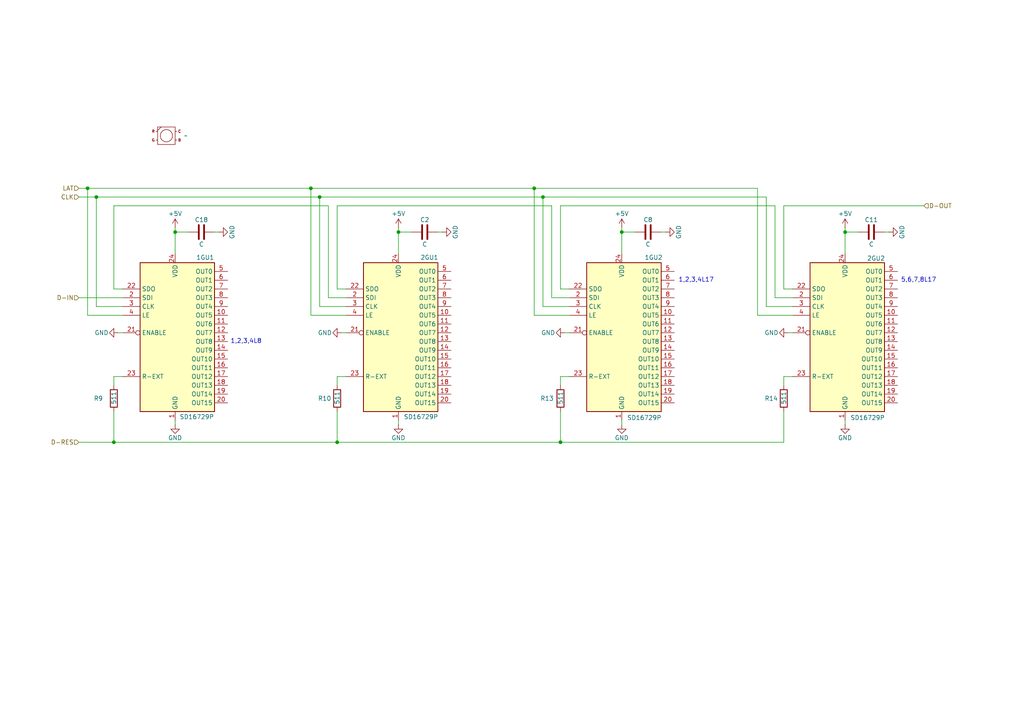
<source format=kicad_sch>
(kicad_sch
	(version 20231120)
	(generator "eeschema")
	(generator_version "8.0")
	(uuid "457e5081-8656-4fae-9c92-221d8bedcbb0")
	(paper "A4")
	(title_block
		(title "GREEN COLUMN BUFFERS (0-15)")
		(date "2025-04-30")
		(rev "2009-06-20")
		(comment 1 "SEETOP-PH12-(1/4)4N.PCB")
	)
	(lib_symbols
		(symbol "Device:C"
			(pin_numbers hide)
			(pin_names
				(offset 0.254)
			)
			(exclude_from_sim no)
			(in_bom yes)
			(on_board yes)
			(property "Reference" "C"
				(at 0.635 2.54 0)
				(effects
					(font
						(size 1.27 1.27)
					)
					(justify left)
				)
			)
			(property "Value" "C"
				(at 0.635 -2.54 0)
				(effects
					(font
						(size 1.27 1.27)
					)
					(justify left)
				)
			)
			(property "Footprint" ""
				(at 0.9652 -3.81 0)
				(effects
					(font
						(size 1.27 1.27)
					)
					(hide yes)
				)
			)
			(property "Datasheet" "~"
				(at 0 0 0)
				(effects
					(font
						(size 1.27 1.27)
					)
					(hide yes)
				)
			)
			(property "Description" "Unpolarized capacitor"
				(at 0 0 0)
				(effects
					(font
						(size 1.27 1.27)
					)
					(hide yes)
				)
			)
			(property "ki_keywords" "cap capacitor"
				(at 0 0 0)
				(effects
					(font
						(size 1.27 1.27)
					)
					(hide yes)
				)
			)
			(property "ki_fp_filters" "C_*"
				(at 0 0 0)
				(effects
					(font
						(size 1.27 1.27)
					)
					(hide yes)
				)
			)
			(symbol "C_0_1"
				(polyline
					(pts
						(xy -2.032 -0.762) (xy 2.032 -0.762)
					)
					(stroke
						(width 0.508)
						(type default)
					)
					(fill
						(type none)
					)
				)
				(polyline
					(pts
						(xy -2.032 0.762) (xy 2.032 0.762)
					)
					(stroke
						(width 0.508)
						(type default)
					)
					(fill
						(type none)
					)
				)
			)
			(symbol "C_1_1"
				(pin passive line
					(at 0 3.81 270)
					(length 2.794)
					(name "~"
						(effects
							(font
								(size 1.27 1.27)
							)
						)
					)
					(number "1"
						(effects
							(font
								(size 1.27 1.27)
							)
						)
					)
				)
				(pin passive line
					(at 0 -3.81 90)
					(length 2.794)
					(name "~"
						(effects
							(font
								(size 1.27 1.27)
							)
						)
					)
					(number "2"
						(effects
							(font
								(size 1.27 1.27)
							)
						)
					)
				)
			)
		)
		(symbol "Device:R"
			(pin_numbers hide)
			(pin_names
				(offset 0)
			)
			(exclude_from_sim no)
			(in_bom yes)
			(on_board yes)
			(property "Reference" "R"
				(at 2.032 0 90)
				(effects
					(font
						(size 1.27 1.27)
					)
				)
			)
			(property "Value" "R"
				(at 0 0 90)
				(effects
					(font
						(size 1.27 1.27)
					)
				)
			)
			(property "Footprint" ""
				(at -1.778 0 90)
				(effects
					(font
						(size 1.27 1.27)
					)
					(hide yes)
				)
			)
			(property "Datasheet" "~"
				(at 0 0 0)
				(effects
					(font
						(size 1.27 1.27)
					)
					(hide yes)
				)
			)
			(property "Description" "Resistor"
				(at 0 0 0)
				(effects
					(font
						(size 1.27 1.27)
					)
					(hide yes)
				)
			)
			(property "ki_keywords" "R res resistor"
				(at 0 0 0)
				(effects
					(font
						(size 1.27 1.27)
					)
					(hide yes)
				)
			)
			(property "ki_fp_filters" "R_*"
				(at 0 0 0)
				(effects
					(font
						(size 1.27 1.27)
					)
					(hide yes)
				)
			)
			(symbol "R_0_1"
				(rectangle
					(start -1.016 -2.54)
					(end 1.016 2.54)
					(stroke
						(width 0.254)
						(type default)
					)
					(fill
						(type none)
					)
				)
			)
			(symbol "R_1_1"
				(pin passive line
					(at 0 3.81 270)
					(length 1.27)
					(name "~"
						(effects
							(font
								(size 1.27 1.27)
							)
						)
					)
					(number "1"
						(effects
							(font
								(size 1.27 1.27)
							)
						)
					)
				)
				(pin passive line
					(at 0 -3.81 90)
					(length 1.27)
					(name "~"
						(effects
							(font
								(size 1.27 1.27)
							)
						)
					)
					(number "2"
						(effects
							(font
								(size 1.27 1.27)
							)
						)
					)
				)
			)
		)
		(symbol "power:+5V"
			(power)
			(pin_numbers hide)
			(pin_names
				(offset 0) hide)
			(exclude_from_sim no)
			(in_bom yes)
			(on_board yes)
			(property "Reference" "#PWR"
				(at 0 -3.81 0)
				(effects
					(font
						(size 1.27 1.27)
					)
					(hide yes)
				)
			)
			(property "Value" "+5V"
				(at 0 3.556 0)
				(effects
					(font
						(size 1.27 1.27)
					)
				)
			)
			(property "Footprint" ""
				(at 0 0 0)
				(effects
					(font
						(size 1.27 1.27)
					)
					(hide yes)
				)
			)
			(property "Datasheet" ""
				(at 0 0 0)
				(effects
					(font
						(size 1.27 1.27)
					)
					(hide yes)
				)
			)
			(property "Description" "Power symbol creates a global label with name \"+5V\""
				(at 0 0 0)
				(effects
					(font
						(size 1.27 1.27)
					)
					(hide yes)
				)
			)
			(property "ki_keywords" "global power"
				(at 0 0 0)
				(effects
					(font
						(size 1.27 1.27)
					)
					(hide yes)
				)
			)
			(symbol "+5V_0_1"
				(polyline
					(pts
						(xy -0.762 1.27) (xy 0 2.54)
					)
					(stroke
						(width 0)
						(type default)
					)
					(fill
						(type none)
					)
				)
				(polyline
					(pts
						(xy 0 0) (xy 0 2.54)
					)
					(stroke
						(width 0)
						(type default)
					)
					(fill
						(type none)
					)
				)
				(polyline
					(pts
						(xy 0 2.54) (xy 0.762 1.27)
					)
					(stroke
						(width 0)
						(type default)
					)
					(fill
						(type none)
					)
				)
			)
			(symbol "+5V_1_1"
				(pin power_in line
					(at 0 0 90)
					(length 0)
					(name "~"
						(effects
							(font
								(size 1.27 1.27)
							)
						)
					)
					(number "1"
						(effects
							(font
								(size 1.27 1.27)
							)
						)
					)
				)
			)
		)
		(symbol "power:GND"
			(power)
			(pin_numbers hide)
			(pin_names
				(offset 0) hide)
			(exclude_from_sim no)
			(in_bom yes)
			(on_board yes)
			(property "Reference" "#PWR"
				(at 0 -6.35 0)
				(effects
					(font
						(size 1.27 1.27)
					)
					(hide yes)
				)
			)
			(property "Value" "GND"
				(at 0 -3.81 0)
				(effects
					(font
						(size 1.27 1.27)
					)
				)
			)
			(property "Footprint" ""
				(at 0 0 0)
				(effects
					(font
						(size 1.27 1.27)
					)
					(hide yes)
				)
			)
			(property "Datasheet" ""
				(at 0 0 0)
				(effects
					(font
						(size 1.27 1.27)
					)
					(hide yes)
				)
			)
			(property "Description" "Power symbol creates a global label with name \"GND\" , ground"
				(at 0 0 0)
				(effects
					(font
						(size 1.27 1.27)
					)
					(hide yes)
				)
			)
			(property "ki_keywords" "global power"
				(at 0 0 0)
				(effects
					(font
						(size 1.27 1.27)
					)
					(hide yes)
				)
			)
			(symbol "GND_0_1"
				(polyline
					(pts
						(xy 0 0) (xy 0 -1.27) (xy 1.27 -1.27) (xy 0 -2.54) (xy -1.27 -1.27) (xy 0 -1.27)
					)
					(stroke
						(width 0)
						(type default)
					)
					(fill
						(type none)
					)
				)
			)
			(symbol "GND_1_1"
				(pin power_in line
					(at 0 0 270)
					(length 0)
					(name "~"
						(effects
							(font
								(size 1.27 1.27)
							)
						)
					)
					(number "1"
						(effects
							(font
								(size 1.27 1.27)
							)
						)
					)
				)
			)
		)
		(symbol "private:SD16729P"
			(exclude_from_sim no)
			(in_bom yes)
			(on_board yes)
			(property "Reference" "U1"
				(at 7.874 21.59 0)
				(effects
					(font
						(size 1.27 1.27)
					)
					(justify left)
				)
			)
			(property "Value" "SD16729P"
				(at 1.778 -24.384 0)
				(effects
					(font
						(size 1.27 1.27)
					)
					(justify left)
				)
			)
			(property "Footprint" "Package_SO:QSOP-24_3.9x8.7mm_P0.635mm"
				(at 0.635 -24.765 0)
				(effects
					(font
						(size 1.27 1.27)
					)
					(justify left)
					(hide yes)
				)
			)
			(property "Datasheet" ""
				(at -10.16 17.78 0)
				(effects
					(font
						(size 1.27 1.27)
					)
					(hide yes)
				)
			)
			(property "Description" "16-channel LED driver with error detection, current gain control and 12/16 bit PWM brightness control, QSOP-24"
				(at -0.254 -3.556 0)
				(effects
					(font
						(size 1.27 1.27)
					)
					(hide yes)
				)
			)
			(property "ki_keywords" "PWM LED driver error detection brightness QSOP-24"
				(at 0 0 0)
				(effects
					(font
						(size 1.27 1.27)
					)
					(hide yes)
				)
			)
			(property "ki_fp_filters" "QSOP*3.9x8.7mm*P0.635mm*"
				(at 0 0 0)
				(effects
					(font
						(size 1.27 1.27)
					)
					(hide yes)
				)
			)
			(symbol "SD16729P_0_1"
				(rectangle
					(start -10.16 20.32)
					(end 11.43 -22.86)
					(stroke
						(width 0.254)
						(type default)
					)
					(fill
						(type background)
					)
				)
			)
			(symbol "SD16729P_1_1"
				(pin power_in line
					(at 0 -25.4 90)
					(length 2.54)
					(name "GND"
						(effects
							(font
								(size 1.27 1.27)
							)
						)
					)
					(number "1"
						(effects
							(font
								(size 1.27 1.27)
							)
						)
					)
				)
				(pin output line
					(at 15.24 5.08 180)
					(length 3.81)
					(name "OUT5"
						(effects
							(font
								(size 1.27 1.27)
							)
						)
					)
					(number "10"
						(effects
							(font
								(size 1.27 1.27)
							)
						)
					)
				)
				(pin output line
					(at 15.24 2.54 180)
					(length 3.81)
					(name "OUT6"
						(effects
							(font
								(size 1.27 1.27)
							)
						)
					)
					(number "11"
						(effects
							(font
								(size 1.27 1.27)
							)
						)
					)
				)
				(pin output line
					(at 15.24 0 180)
					(length 3.81)
					(name "OUT7"
						(effects
							(font
								(size 1.27 1.27)
							)
						)
					)
					(number "12"
						(effects
							(font
								(size 1.27 1.27)
							)
						)
					)
				)
				(pin output line
					(at 15.24 -2.54 180)
					(length 3.81)
					(name "OUT8"
						(effects
							(font
								(size 1.27 1.27)
							)
						)
					)
					(number "13"
						(effects
							(font
								(size 1.27 1.27)
							)
						)
					)
				)
				(pin output line
					(at 15.24 -5.08 180)
					(length 3.81)
					(name "OUT9"
						(effects
							(font
								(size 1.27 1.27)
							)
						)
					)
					(number "14"
						(effects
							(font
								(size 1.27 1.27)
							)
						)
					)
				)
				(pin output line
					(at 15.24 -7.62 180)
					(length 3.81)
					(name "OUT10"
						(effects
							(font
								(size 1.27 1.27)
							)
						)
					)
					(number "15"
						(effects
							(font
								(size 1.27 1.27)
							)
						)
					)
				)
				(pin output line
					(at 15.24 -10.16 180)
					(length 3.81)
					(name "OUT11"
						(effects
							(font
								(size 1.27 1.27)
							)
						)
					)
					(number "16"
						(effects
							(font
								(size 1.27 1.27)
							)
						)
					)
				)
				(pin output line
					(at 15.24 -12.7 180)
					(length 3.81)
					(name "OUT12"
						(effects
							(font
								(size 1.27 1.27)
							)
						)
					)
					(number "17"
						(effects
							(font
								(size 1.27 1.27)
							)
						)
					)
				)
				(pin output line
					(at 15.24 -15.24 180)
					(length 3.81)
					(name "OUT13"
						(effects
							(font
								(size 1.27 1.27)
							)
						)
					)
					(number "18"
						(effects
							(font
								(size 1.27 1.27)
							)
						)
					)
				)
				(pin output line
					(at 15.24 -17.78 180)
					(length 3.81)
					(name "OUT14"
						(effects
							(font
								(size 1.27 1.27)
							)
						)
					)
					(number "19"
						(effects
							(font
								(size 1.27 1.27)
							)
						)
					)
				)
				(pin input line
					(at -15.24 10.16 0)
					(length 5.08)
					(name "SDI"
						(effects
							(font
								(size 1.27 1.27)
							)
						)
					)
					(number "2"
						(effects
							(font
								(size 1.27 1.27)
							)
						)
					)
				)
				(pin output line
					(at 15.24 -20.32 180)
					(length 3.81)
					(name "OUT15"
						(effects
							(font
								(size 1.27 1.27)
							)
						)
					)
					(number "20"
						(effects
							(font
								(size 1.27 1.27)
							)
						)
					)
				)
				(pin input inverted
					(at -15.24 0 0)
					(length 5.08)
					(name "ENABLE"
						(effects
							(font
								(size 1.27 1.27)
							)
						)
					)
					(number "21"
						(effects
							(font
								(size 1.27 1.27)
							)
						)
					)
				)
				(pin output line
					(at -15.24 12.7 0)
					(length 5.08)
					(name "SDO"
						(effects
							(font
								(size 1.27 1.27)
							)
						)
					)
					(number "22"
						(effects
							(font
								(size 1.27 1.27)
							)
						)
					)
				)
				(pin passive line
					(at -15.24 -12.7 0)
					(length 5.08)
					(name "R-EXT"
						(effects
							(font
								(size 1.27 1.27)
							)
						)
					)
					(number "23"
						(effects
							(font
								(size 1.27 1.27)
							)
						)
					)
				)
				(pin power_in line
					(at 0 22.86 270)
					(length 2.54)
					(name "VDD"
						(effects
							(font
								(size 1.27 1.27)
							)
						)
					)
					(number "24"
						(effects
							(font
								(size 1.27 1.27)
							)
						)
					)
				)
				(pin input line
					(at -15.24 7.62 0)
					(length 5.08)
					(name "CLK"
						(effects
							(font
								(size 1.27 1.27)
							)
						)
					)
					(number "3"
						(effects
							(font
								(size 1.27 1.27)
							)
						)
					)
				)
				(pin input line
					(at -15.24 5.08 0)
					(length 5.08)
					(name "LE"
						(effects
							(font
								(size 1.27 1.27)
							)
						)
					)
					(number "4"
						(effects
							(font
								(size 1.27 1.27)
							)
						)
					)
				)
				(pin output line
					(at 15.24 17.78 180)
					(length 3.81)
					(name "OUT0"
						(effects
							(font
								(size 1.27 1.27)
							)
						)
					)
					(number "5"
						(effects
							(font
								(size 1.27 1.27)
							)
						)
					)
				)
				(pin output line
					(at 15.24 15.24 180)
					(length 3.81)
					(name "OUT1"
						(effects
							(font
								(size 1.27 1.27)
							)
						)
					)
					(number "6"
						(effects
							(font
								(size 1.27 1.27)
							)
						)
					)
				)
				(pin output line
					(at 15.24 12.7 180)
					(length 3.81)
					(name "OUT2"
						(effects
							(font
								(size 1.27 1.27)
							)
						)
					)
					(number "7"
						(effects
							(font
								(size 1.27 1.27)
							)
						)
					)
				)
				(pin output line
					(at 15.24 10.16 180)
					(length 3.81)
					(name "OUT3"
						(effects
							(font
								(size 1.27 1.27)
							)
						)
					)
					(number "8"
						(effects
							(font
								(size 1.27 1.27)
							)
						)
					)
				)
				(pin output line
					(at 15.24 7.62 180)
					(length 3.81)
					(name "OUT4"
						(effects
							(font
								(size 1.27 1.27)
							)
						)
					)
					(number "9"
						(effects
							(font
								(size 1.27 1.27)
							)
						)
					)
				)
			)
		)
		(symbol "private:pic-LED-RGB"
			(exclude_from_sim no)
			(in_bom yes)
			(on_board yes)
			(property "Reference" "L"
				(at 1.778 1.778 0)
				(effects
					(font
						(size 0.508 0.508)
					)
					(hide yes)
				)
			)
			(property "Value" ""
				(at -1.27 -1.27 0)
				(effects
					(font
						(size 1.27 1.27)
					)
				)
			)
			(property "Footprint" ""
				(at -1.27 -1.27 0)
				(effects
					(font
						(size 1.27 1.27)
					)
					(hide yes)
				)
			)
			(property "Datasheet" ""
				(at -1.27 -1.27 0)
				(effects
					(font
						(size 1.27 1.27)
					)
					(hide yes)
				)
			)
			(property "Description" ""
				(at -1.27 -1.27 0)
				(effects
					(font
						(size 1.27 1.27)
					)
					(hide yes)
				)
			)
			(symbol "pic-LED-RGB_0_1"
				(rectangle
					(start -2.54 2.54)
					(end 2.54 -2.54)
					(stroke
						(width 0)
						(type default)
					)
					(fill
						(type none)
					)
				)
				(polyline
					(pts
						(xy -2.54 -1.27) (xy -3.048 -1.27)
					)
					(stroke
						(width 0)
						(type default)
					)
					(fill
						(type none)
					)
				)
				(polyline
					(pts
						(xy -2.54 1.27) (xy -3.048 1.27)
					)
					(stroke
						(width 0)
						(type default)
					)
					(fill
						(type none)
					)
				)
				(polyline
					(pts
						(xy -1.524 2.54) (xy -2.54 1.524)
					)
					(stroke
						(width 0)
						(type default)
					)
					(fill
						(type none)
					)
				)
				(polyline
					(pts
						(xy 3.048 -1.27) (xy 2.54 -1.27)
					)
					(stroke
						(width 0)
						(type default)
					)
					(fill
						(type none)
					)
				)
				(polyline
					(pts
						(xy 3.048 1.27) (xy 2.54 1.27)
					)
					(stroke
						(width 0)
						(type default)
					)
					(fill
						(type none)
					)
				)
			)
			(symbol "pic-LED-RGB_1_1"
				(circle
					(center 0 0)
					(radius 1.778)
					(stroke
						(width 0)
						(type default)
					)
					(fill
						(type none)
					)
				)
				(text "B"
					(at 3.81 -1.27 0)
					(effects
						(font
							(size 0.762 0.762)
						)
					)
				)
				(text "C"
					(at 3.81 1.27 0)
					(effects
						(font
							(size 0.762 0.762)
						)
					)
				)
				(text "G"
					(at -3.81 -1.27 0)
					(effects
						(font
							(size 0.762 0.762)
						)
					)
				)
				(text "R"
					(at -3.81 1.27 0)
					(effects
						(font
							(size 0.762 0.762)
						)
					)
				)
			)
		)
	)
	(junction
		(at 162.56 128.27)
		(diameter 0)
		(color 0 0 0 0)
		(uuid "01c456f3-47e9-4ea4-84be-06a4a6095d8c")
	)
	(junction
		(at 97.79 128.27)
		(diameter 0)
		(color 0 0 0 0)
		(uuid "45be33dd-61b4-4141-b154-a4f55e7c1ee9")
	)
	(junction
		(at 25.4 54.61)
		(diameter 0)
		(color 0 0 0 0)
		(uuid "532239ee-012b-4c1d-a530-0b33feaec582")
	)
	(junction
		(at 157.48 57.15)
		(diameter 0)
		(color 0 0 0 0)
		(uuid "5df89d42-62bc-4c0c-844b-2a32922a6b25")
	)
	(junction
		(at 90.17 54.61)
		(diameter 0)
		(color 0 0 0 0)
		(uuid "689d6d3c-41c9-449e-a8f2-6b1a175e13ac")
	)
	(junction
		(at 33.02 128.27)
		(diameter 0)
		(color 0 0 0 0)
		(uuid "81bed604-ec81-4339-87c6-aefd56047458")
	)
	(junction
		(at 92.71 57.15)
		(diameter 0)
		(color 0 0 0 0)
		(uuid "a5d4384c-9e3e-4843-8483-7bb776a4a48e")
	)
	(junction
		(at 115.57 67.31)
		(diameter 0)
		(color 0 0 0 0)
		(uuid "c144aa10-b1f7-45ab-9fc6-25440ab60673")
	)
	(junction
		(at 180.34 67.31)
		(diameter 0)
		(color 0 0 0 0)
		(uuid "c5041acd-9f69-48eb-bcee-76433fb96acf")
	)
	(junction
		(at 50.8 67.31)
		(diameter 0)
		(color 0 0 0 0)
		(uuid "c9ea1fed-59b3-45db-be1a-86b425a2f9d0")
	)
	(junction
		(at 154.94 54.61)
		(diameter 0)
		(color 0 0 0 0)
		(uuid "ccb97d6c-2715-4724-8a9a-fdfab6ced0d5")
	)
	(junction
		(at 245.11 67.31)
		(diameter 0)
		(color 0 0 0 0)
		(uuid "e79976d9-29d4-4a81-b4d0-105f55320031")
	)
	(junction
		(at 27.94 57.15)
		(diameter 0)
		(color 0 0 0 0)
		(uuid "fb1702c9-8104-4180-9d92-4f32c1ff46e6")
	)
	(wire
		(pts
			(xy 100.33 109.22) (xy 97.79 109.22)
		)
		(stroke
			(width 0)
			(type default)
		)
		(uuid "0067b01e-0128-445b-a5b4-8dff38798fa4")
	)
	(wire
		(pts
			(xy 62.23 67.31) (xy 63.5 67.31)
		)
		(stroke
			(width 0)
			(type default)
		)
		(uuid "01d9b3ce-af2d-4cf1-b075-81fc6d39e23c")
	)
	(wire
		(pts
			(xy 180.34 67.31) (xy 180.34 73.66)
		)
		(stroke
			(width 0)
			(type default)
		)
		(uuid "02e4a14d-2945-4f33-bf2c-b926d2e9a6d0")
	)
	(wire
		(pts
			(xy 245.11 67.31) (xy 248.92 67.31)
		)
		(stroke
			(width 0)
			(type default)
		)
		(uuid "04c2278f-3ae3-490a-95eb-9c741f853bc7")
	)
	(wire
		(pts
			(xy 227.33 109.22) (xy 227.33 111.76)
		)
		(stroke
			(width 0)
			(type default)
		)
		(uuid "0681e8f3-d16d-4a64-a33a-b319079ead96")
	)
	(wire
		(pts
			(xy 22.86 128.27) (xy 33.02 128.27)
		)
		(stroke
			(width 0)
			(type default)
		)
		(uuid "09de5e43-2324-4235-97c0-7fd38a900d55")
	)
	(wire
		(pts
			(xy 160.02 86.36) (xy 160.02 59.69)
		)
		(stroke
			(width 0)
			(type default)
		)
		(uuid "0be0430a-b514-4bcb-b928-0fe55e280da2")
	)
	(wire
		(pts
			(xy 27.94 57.15) (xy 92.71 57.15)
		)
		(stroke
			(width 0)
			(type default)
		)
		(uuid "0e932504-e456-4498-a80d-de6edf9b9abc")
	)
	(wire
		(pts
			(xy 50.8 67.31) (xy 50.8 73.66)
		)
		(stroke
			(width 0)
			(type default)
		)
		(uuid "0ef5155a-eb0d-48fe-8324-dfa63dd37d4f")
	)
	(wire
		(pts
			(xy 92.71 57.15) (xy 92.71 88.9)
		)
		(stroke
			(width 0)
			(type default)
		)
		(uuid "1007f768-b8f2-4fbc-a492-bf25b0c0dddf")
	)
	(wire
		(pts
			(xy 224.79 59.69) (xy 162.56 59.69)
		)
		(stroke
			(width 0)
			(type default)
		)
		(uuid "10152ac8-067f-4adc-82c8-e243ffea9454")
	)
	(wire
		(pts
			(xy 115.57 121.92) (xy 115.57 123.19)
		)
		(stroke
			(width 0)
			(type default)
		)
		(uuid "13324b24-10d3-4b58-95a0-46d0dcee4418")
	)
	(wire
		(pts
			(xy 33.02 59.69) (xy 33.02 83.82)
		)
		(stroke
			(width 0)
			(type default)
		)
		(uuid "1af1f8ab-bb35-477b-86e9-45bf5855aa44")
	)
	(wire
		(pts
			(xy 50.8 67.31) (xy 54.61 67.31)
		)
		(stroke
			(width 0)
			(type default)
		)
		(uuid "1b0f44c3-5cf2-4a43-b8a1-3c17f9ebcc9a")
	)
	(wire
		(pts
			(xy 35.56 109.22) (xy 33.02 109.22)
		)
		(stroke
			(width 0)
			(type default)
		)
		(uuid "1e818e78-8d36-463a-aa24-a724a903c890")
	)
	(wire
		(pts
			(xy 162.56 109.22) (xy 162.56 111.76)
		)
		(stroke
			(width 0)
			(type default)
		)
		(uuid "1fff6286-c489-46e1-8450-38218fc65690")
	)
	(wire
		(pts
			(xy 92.71 88.9) (xy 100.33 88.9)
		)
		(stroke
			(width 0)
			(type default)
		)
		(uuid "21eeaa91-52a0-4cef-9ee8-2c206af1dffa")
	)
	(wire
		(pts
			(xy 100.33 91.44) (xy 90.17 91.44)
		)
		(stroke
			(width 0)
			(type default)
		)
		(uuid "227475d0-d892-4c8f-b09c-1b3f6070f913")
	)
	(wire
		(pts
			(xy 162.56 119.38) (xy 162.56 128.27)
		)
		(stroke
			(width 0)
			(type default)
		)
		(uuid "385cf671-e5d3-45d9-90e9-83c441168e0e")
	)
	(wire
		(pts
			(xy 33.02 83.82) (xy 35.56 83.82)
		)
		(stroke
			(width 0)
			(type default)
		)
		(uuid "3d287724-4af2-4a32-9f10-2af443e82974")
	)
	(wire
		(pts
			(xy 127 67.31) (xy 128.27 67.31)
		)
		(stroke
			(width 0)
			(type default)
		)
		(uuid "4147f81e-0004-4e80-aee1-4098e21cc021")
	)
	(wire
		(pts
			(xy 115.57 67.31) (xy 119.38 67.31)
		)
		(stroke
			(width 0)
			(type default)
		)
		(uuid "457df145-9198-42c3-8e63-c9eead111847")
	)
	(wire
		(pts
			(xy 97.79 83.82) (xy 100.33 83.82)
		)
		(stroke
			(width 0)
			(type default)
		)
		(uuid "47d465c9-d455-4ed0-a936-0db8da21d52f")
	)
	(wire
		(pts
			(xy 228.6 96.52) (xy 229.87 96.52)
		)
		(stroke
			(width 0)
			(type default)
		)
		(uuid "48a464aa-5835-4e46-b765-398279840db9")
	)
	(wire
		(pts
			(xy 33.02 109.22) (xy 33.02 111.76)
		)
		(stroke
			(width 0)
			(type default)
		)
		(uuid "4e5f0dba-4f39-4c75-b177-774ce055d41c")
	)
	(wire
		(pts
			(xy 227.33 83.82) (xy 227.33 59.69)
		)
		(stroke
			(width 0)
			(type default)
		)
		(uuid "4ebb5e2a-bfa4-450c-85c4-a276896ed37d")
	)
	(wire
		(pts
			(xy 22.86 86.36) (xy 35.56 86.36)
		)
		(stroke
			(width 0)
			(type default)
		)
		(uuid "5639c865-06d0-417d-a127-5a6e725e9fb3")
	)
	(wire
		(pts
			(xy 154.94 54.61) (xy 219.71 54.61)
		)
		(stroke
			(width 0)
			(type default)
		)
		(uuid "59703b7a-1fd0-431e-86bf-115f6a323d28")
	)
	(wire
		(pts
			(xy 22.86 54.61) (xy 25.4 54.61)
		)
		(stroke
			(width 0)
			(type default)
		)
		(uuid "5bf92305-06c0-4b6a-976d-171e960fc54d")
	)
	(wire
		(pts
			(xy 97.79 109.22) (xy 97.79 111.76)
		)
		(stroke
			(width 0)
			(type default)
		)
		(uuid "5e2fb21c-5f60-4f7a-b1f7-e0d94f6eeb1f")
	)
	(wire
		(pts
			(xy 99.06 96.52) (xy 100.33 96.52)
		)
		(stroke
			(width 0)
			(type default)
		)
		(uuid "5ebf4587-877a-4154-90a5-8e87cafd0761")
	)
	(wire
		(pts
			(xy 180.34 67.31) (xy 184.15 67.31)
		)
		(stroke
			(width 0)
			(type default)
		)
		(uuid "60b9c713-75dc-4650-9402-5e9142d06993")
	)
	(wire
		(pts
			(xy 90.17 54.61) (xy 90.17 91.44)
		)
		(stroke
			(width 0)
			(type default)
		)
		(uuid "67a25bd9-2bb3-4d90-83ae-2bfc475197c0")
	)
	(wire
		(pts
			(xy 163.83 96.52) (xy 165.1 96.52)
		)
		(stroke
			(width 0)
			(type default)
		)
		(uuid "6f819a64-ed10-4666-8c44-0e39717329e7")
	)
	(wire
		(pts
			(xy 162.56 83.82) (xy 165.1 83.82)
		)
		(stroke
			(width 0)
			(type default)
		)
		(uuid "71a1c44c-f9fe-4a62-bb53-e30c831342be")
	)
	(wire
		(pts
			(xy 219.71 54.61) (xy 219.71 91.44)
		)
		(stroke
			(width 0)
			(type default)
		)
		(uuid "74b356d9-8145-4c70-a5eb-4a3ea0b5e6a1")
	)
	(wire
		(pts
			(xy 219.71 91.44) (xy 229.87 91.44)
		)
		(stroke
			(width 0)
			(type default)
		)
		(uuid "79b5402c-9c68-4d9c-b6b4-db0f7f217539")
	)
	(wire
		(pts
			(xy 92.71 57.15) (xy 157.48 57.15)
		)
		(stroke
			(width 0)
			(type default)
		)
		(uuid "814099be-1089-48ab-8da1-258b4a71347e")
	)
	(wire
		(pts
			(xy 35.56 88.9) (xy 27.94 88.9)
		)
		(stroke
			(width 0)
			(type default)
		)
		(uuid "820a594c-dc89-463d-92b7-6bdb8613ef47")
	)
	(wire
		(pts
			(xy 227.33 59.69) (xy 267.97 59.69)
		)
		(stroke
			(width 0)
			(type default)
		)
		(uuid "86f511f7-4538-4a8f-b585-805bd6ffcd92")
	)
	(wire
		(pts
			(xy 160.02 59.69) (xy 97.79 59.69)
		)
		(stroke
			(width 0)
			(type default)
		)
		(uuid "8895e666-4b17-473d-87b3-309ce7634f90")
	)
	(wire
		(pts
			(xy 180.34 66.04) (xy 180.34 67.31)
		)
		(stroke
			(width 0)
			(type default)
		)
		(uuid "8985ad8d-bbd8-4156-a559-ca9fdeae5ebf")
	)
	(wire
		(pts
			(xy 35.56 91.44) (xy 25.4 91.44)
		)
		(stroke
			(width 0)
			(type default)
		)
		(uuid "8c842ca8-0edf-427e-8856-2b7d63fc147f")
	)
	(wire
		(pts
			(xy 165.1 109.22) (xy 162.56 109.22)
		)
		(stroke
			(width 0)
			(type default)
		)
		(uuid "8d81f703-c7a6-4640-a254-35cdd56f5adf")
	)
	(wire
		(pts
			(xy 222.25 88.9) (xy 229.87 88.9)
		)
		(stroke
			(width 0)
			(type default)
		)
		(uuid "8e99fef6-03e0-4018-a186-eba867b91111")
	)
	(wire
		(pts
			(xy 157.48 57.15) (xy 222.25 57.15)
		)
		(stroke
			(width 0)
			(type default)
		)
		(uuid "8ffb092c-50d1-4ef6-95f4-60c5309fe9ff")
	)
	(wire
		(pts
			(xy 229.87 83.82) (xy 227.33 83.82)
		)
		(stroke
			(width 0)
			(type default)
		)
		(uuid "9500751d-badc-48f0-a6e0-a9c6f7d0c95f")
	)
	(wire
		(pts
			(xy 100.33 86.36) (xy 95.25 86.36)
		)
		(stroke
			(width 0)
			(type default)
		)
		(uuid "9ba077e1-0eb1-40ff-b648-3823f8624426")
	)
	(wire
		(pts
			(xy 33.02 128.27) (xy 97.79 128.27)
		)
		(stroke
			(width 0)
			(type default)
		)
		(uuid "a19f65c9-b180-4a72-8777-d33b2fcc1c65")
	)
	(wire
		(pts
			(xy 25.4 54.61) (xy 25.4 91.44)
		)
		(stroke
			(width 0)
			(type default)
		)
		(uuid "a2760ec4-3ed5-46fe-993c-1b4ca4a094aa")
	)
	(wire
		(pts
			(xy 162.56 128.27) (xy 227.33 128.27)
		)
		(stroke
			(width 0)
			(type default)
		)
		(uuid "a60b0587-ba72-46c4-80ce-b7ce2f6e39c6")
	)
	(wire
		(pts
			(xy 180.34 121.92) (xy 180.34 123.19)
		)
		(stroke
			(width 0)
			(type default)
		)
		(uuid "a76c6ed3-fcb9-43a4-8d76-2359751ac627")
	)
	(wire
		(pts
			(xy 25.4 54.61) (xy 90.17 54.61)
		)
		(stroke
			(width 0)
			(type default)
		)
		(uuid "ab31ee04-8391-4d65-8974-86db56447af9")
	)
	(wire
		(pts
			(xy 224.79 86.36) (xy 224.79 59.69)
		)
		(stroke
			(width 0)
			(type default)
		)
		(uuid "ac7a2c1a-589c-459b-b383-1326068a96e9")
	)
	(wire
		(pts
			(xy 90.17 54.61) (xy 154.94 54.61)
		)
		(stroke
			(width 0)
			(type default)
		)
		(uuid "b21f784b-e514-45f1-a192-5a62015b43e6")
	)
	(wire
		(pts
			(xy 229.87 86.36) (xy 224.79 86.36)
		)
		(stroke
			(width 0)
			(type default)
		)
		(uuid "b3e5c416-a135-4a34-8f7c-5a66d59228a0")
	)
	(wire
		(pts
			(xy 154.94 54.61) (xy 154.94 91.44)
		)
		(stroke
			(width 0)
			(type default)
		)
		(uuid "b5419b2a-1cdc-40c4-bbf0-b7ee5bc6287f")
	)
	(wire
		(pts
			(xy 97.79 128.27) (xy 162.56 128.27)
		)
		(stroke
			(width 0)
			(type default)
		)
		(uuid "b60f15ca-bbc2-4025-993f-98312b194b3d")
	)
	(wire
		(pts
			(xy 33.02 119.38) (xy 33.02 128.27)
		)
		(stroke
			(width 0)
			(type default)
		)
		(uuid "bae7f480-df3c-4b69-9a45-c83f6d2f43f6")
	)
	(wire
		(pts
			(xy 165.1 86.36) (xy 160.02 86.36)
		)
		(stroke
			(width 0)
			(type default)
		)
		(uuid "bc53abc2-65b0-491b-b5fb-5976f7fbe553")
	)
	(wire
		(pts
			(xy 115.57 66.04) (xy 115.57 67.31)
		)
		(stroke
			(width 0)
			(type default)
		)
		(uuid "bca4c393-235f-4b72-aed4-03258bfdbe23")
	)
	(wire
		(pts
			(xy 27.94 57.15) (xy 27.94 88.9)
		)
		(stroke
			(width 0)
			(type default)
		)
		(uuid "be5a938e-a35b-4866-843e-12c7eb3b66bd")
	)
	(wire
		(pts
			(xy 34.29 96.52) (xy 35.56 96.52)
		)
		(stroke
			(width 0)
			(type default)
		)
		(uuid "be97e416-d7f5-4ec3-b227-e3d4bfab7e3a")
	)
	(wire
		(pts
			(xy 191.77 67.31) (xy 193.04 67.31)
		)
		(stroke
			(width 0)
			(type default)
		)
		(uuid "c0b869da-eeec-4452-8d0f-7c8954da8128")
	)
	(wire
		(pts
			(xy 115.57 67.31) (xy 115.57 73.66)
		)
		(stroke
			(width 0)
			(type default)
		)
		(uuid "c3e9e697-086a-44f3-9951-491ac239258e")
	)
	(wire
		(pts
			(xy 50.8 66.04) (xy 50.8 67.31)
		)
		(stroke
			(width 0)
			(type default)
		)
		(uuid "c6a24f4b-c440-41a2-8b3e-728756e8a00c")
	)
	(wire
		(pts
			(xy 245.11 66.04) (xy 245.11 67.31)
		)
		(stroke
			(width 0)
			(type default)
		)
		(uuid "c710bffa-58f7-461b-b7c5-6b603cf1ffc2")
	)
	(wire
		(pts
			(xy 95.25 86.36) (xy 95.25 59.69)
		)
		(stroke
			(width 0)
			(type default)
		)
		(uuid "ccb9da6b-314c-4274-9e87-8c22e70c7261")
	)
	(wire
		(pts
			(xy 245.11 121.92) (xy 245.11 123.19)
		)
		(stroke
			(width 0)
			(type default)
		)
		(uuid "cda4a030-6c48-4cac-8812-09d371942a40")
	)
	(wire
		(pts
			(xy 22.86 57.15) (xy 27.94 57.15)
		)
		(stroke
			(width 0)
			(type default)
		)
		(uuid "d2b93d77-5050-4e9b-8ecd-3b1fbab35033")
	)
	(wire
		(pts
			(xy 97.79 119.38) (xy 97.79 128.27)
		)
		(stroke
			(width 0)
			(type default)
		)
		(uuid "d3f92099-6a3a-45fd-9ec4-2b8d0188a3b0")
	)
	(wire
		(pts
			(xy 97.79 59.69) (xy 97.79 83.82)
		)
		(stroke
			(width 0)
			(type default)
		)
		(uuid "db7dcf24-e058-4436-9fda-ca7498509f01")
	)
	(wire
		(pts
			(xy 229.87 109.22) (xy 227.33 109.22)
		)
		(stroke
			(width 0)
			(type default)
		)
		(uuid "dd4a55c1-c584-491a-b083-4482bf826f82")
	)
	(wire
		(pts
			(xy 245.11 67.31) (xy 245.11 73.66)
		)
		(stroke
			(width 0)
			(type default)
		)
		(uuid "de91586f-7a6f-4815-89c3-f0d6ac125f01")
	)
	(wire
		(pts
			(xy 222.25 57.15) (xy 222.25 88.9)
		)
		(stroke
			(width 0)
			(type default)
		)
		(uuid "dee7dbc9-6bc8-4868-802a-9e8d16f55064")
	)
	(wire
		(pts
			(xy 157.48 57.15) (xy 157.48 88.9)
		)
		(stroke
			(width 0)
			(type default)
		)
		(uuid "e24442d7-3d63-44cb-8a57-693f68420cc1")
	)
	(wire
		(pts
			(xy 165.1 91.44) (xy 154.94 91.44)
		)
		(stroke
			(width 0)
			(type default)
		)
		(uuid "e8da500b-ae23-4b11-99b9-73f7634a3938")
	)
	(wire
		(pts
			(xy 157.48 88.9) (xy 165.1 88.9)
		)
		(stroke
			(width 0)
			(type default)
		)
		(uuid "e8e3e0d7-62d8-4112-b122-7b4456ca8c2e")
	)
	(wire
		(pts
			(xy 227.33 119.38) (xy 227.33 128.27)
		)
		(stroke
			(width 0)
			(type default)
		)
		(uuid "ee339a8e-59a8-4150-83da-315cb70bee81")
	)
	(wire
		(pts
			(xy 95.25 59.69) (xy 33.02 59.69)
		)
		(stroke
			(width 0)
			(type default)
		)
		(uuid "f4b2518b-6e36-4387-9ca1-fda3c389ebf9")
	)
	(wire
		(pts
			(xy 162.56 59.69) (xy 162.56 83.82)
		)
		(stroke
			(width 0)
			(type default)
		)
		(uuid "f82f514e-7bef-4597-bbd0-2d5ec06d3e0b")
	)
	(wire
		(pts
			(xy 50.8 121.92) (xy 50.8 123.19)
		)
		(stroke
			(width 0)
			(type default)
		)
		(uuid "fce967ca-fb9a-41c2-a51e-a7965ec27841")
	)
	(wire
		(pts
			(xy 256.54 67.31) (xy 257.81 67.31)
		)
		(stroke
			(width 0)
			(type default)
		)
		(uuid "fea52d0c-7553-4245-b2ca-c77237ef8be4")
	)
	(text "5,6,7,8L17"
		(exclude_from_sim no)
		(at 266.446 81.28 0)
		(effects
			(font
				(size 1.27 1.27)
			)
		)
		(uuid "5856a6d2-6c40-4ab4-b90c-eaf4c98adbba")
	)
	(text "1,2,3,4L17"
		(exclude_from_sim no)
		(at 201.93 81.28 0)
		(effects
			(font
				(size 1.27 1.27)
			)
		)
		(uuid "7e060709-cc0c-4a3f-b626-c0fbe848ed81")
	)
	(text "1,2,3,4L8"
		(exclude_from_sim no)
		(at 71.374 99.06 0)
		(effects
			(font
				(size 1.27 1.27)
			)
		)
		(uuid "91f69bdf-1c1f-463d-9acc-afbba2a79c19")
	)
	(hierarchical_label "CLK"
		(shape input)
		(at 22.86 57.15 180)
		(effects
			(font
				(size 1.27 1.27)
			)
			(justify right)
		)
		(uuid "0d8fc58f-05cf-4716-a5c3-c91c766ab4fb")
	)
	(hierarchical_label "LAT"
		(shape input)
		(at 22.86 54.61 180)
		(effects
			(font
				(size 1.27 1.27)
			)
			(justify right)
		)
		(uuid "6e78071d-85cc-42f0-8d10-dffad3159343")
	)
	(hierarchical_label "D-IN"
		(shape input)
		(at 22.86 86.36 180)
		(effects
			(font
				(size 1.27 1.27)
			)
			(justify right)
		)
		(uuid "97675af1-0744-459a-be4c-7be4a4815be8")
	)
	(hierarchical_label "D-RES"
		(shape input)
		(at 22.86 128.27 180)
		(effects
			(font
				(size 1.27 1.27)
			)
			(justify right)
		)
		(uuid "b693c3ab-0c6b-4322-8dbb-b8bfa574f106")
	)
	(hierarchical_label "D-OUT"
		(shape input)
		(at 267.97 59.69 0)
		(effects
			(font
				(size 1.27 1.27)
			)
			(justify left)
		)
		(uuid "e7fcc5bf-d4a4-4526-9e1f-1ec30ae10945")
	)
	(symbol
		(lib_id "private:SD16729P")
		(at 50.8 96.52 0)
		(unit 1)
		(exclude_from_sim no)
		(in_bom yes)
		(on_board yes)
		(dnp no)
		(uuid "043e5299-3251-4c6a-b6bb-6f13b68a88d7")
		(property "Reference" "1GU1"
			(at 56.896 74.676 0)
			(effects
				(font
					(size 1.27 1.27)
				)
				(justify left)
			)
		)
		(property "Value" "SD16729P"
			(at 52.07 120.904 0)
			(effects
				(font
					(size 1.27 1.27)
				)
				(justify left)
			)
		)
		(property "Footprint" "Package_SO:QSOP-24_3.9x8.7mm_P0.635mm"
			(at 51.435 121.285 0)
			(effects
				(font
					(size 1.27 1.27)
				)
				(justify left)
				(hide yes)
			)
		)
		(property "Datasheet" "https://www.st.com/resource/en/datasheet/led1642gw.pdf"
			(at 40.64 78.74 0)
			(effects
				(font
					(size 1.27 1.27)
				)
				(hide yes)
			)
		)
		(property "Description" "16-channel LED driver with error detection, current gain control and 12/16 bit PWM brightness control, QSOP-24"
			(at 50.546 100.076 0)
			(effects
				(font
					(size 1.27 1.27)
				)
				(hide yes)
			)
		)
		(pin "18"
			(uuid "257460f3-b954-411d-abe7-0d55b436ee44")
		)
		(pin "4"
			(uuid "bd4de6c3-b74b-44a1-910a-fb33d8fe9cda")
		)
		(pin "11"
			(uuid "e59a9b30-1b3c-4e90-aad6-33d60e216aad")
		)
		(pin "22"
			(uuid "722f3b54-c115-4c94-a0ee-7e6357f7e1a4")
		)
		(pin "13"
			(uuid "2c5ac768-5231-49f3-82ff-777b03829d82")
		)
		(pin "17"
			(uuid "c2831f88-36ec-4324-a7c2-82d36ea66c45")
		)
		(pin "16"
			(uuid "22d52709-99d4-4661-acb8-37c449eb2ac0")
		)
		(pin "19"
			(uuid "63d89d7d-cdfa-470a-ab84-685c1e1ec8c3")
		)
		(pin "21"
			(uuid "8a579147-2917-4b5c-9aea-3fab0725a7e7")
		)
		(pin "6"
			(uuid "c0c965e1-8971-4407-b9b3-d381908797e7")
		)
		(pin "14"
			(uuid "1a095c17-e2fa-4d9e-a491-4e86d1d28145")
		)
		(pin "7"
			(uuid "b82dde90-c395-4ac2-aabb-9cc2ddc11b32")
		)
		(pin "9"
			(uuid "58ee4261-40f1-4fa6-9c84-84e4301178f7")
		)
		(pin "24"
			(uuid "65818830-31d9-4afb-bef3-4a9500adb7bd")
		)
		(pin "8"
			(uuid "c4a313ce-c768-4d39-a04a-528b0d756a41")
		)
		(pin "15"
			(uuid "570458ca-8a47-45aa-914b-f71c974ccb9c")
		)
		(pin "23"
			(uuid "a69375ac-4be9-4b38-9e74-895750989634")
		)
		(pin "1"
			(uuid "e5366dd7-5a82-45c2-9271-78b6595457b0")
		)
		(pin "2"
			(uuid "dc727a0d-bbc7-43e3-8a41-207a7a2bffd3")
		)
		(pin "12"
			(uuid "e5b19fa7-ad38-4a0d-ac55-547c815eba90")
		)
		(pin "10"
			(uuid "d9195ebf-9c7d-4e03-816e-9738a1c9282c")
		)
		(pin "20"
			(uuid "4346b6bd-a906-4908-8ed1-31bc0d97d0ba")
		)
		(pin "3"
			(uuid "87b78c3b-8db4-47d2-9df9-85ef8bbb1475")
		)
		(pin "5"
			(uuid "a8b939ee-403d-462a-adb9-6d9f82102213")
		)
		(instances
			(project "SEETOP-PH12"
				(path "/68a8ae38-7cbe-4908-bee0-004819ef8599/b0433729-72e4-4e48-a81b-b5a2071423df"
					(reference "1GU1")
					(unit 1)
				)
			)
		)
	)
	(symbol
		(lib_id "private:SD16729P")
		(at 115.57 96.52 0)
		(unit 1)
		(exclude_from_sim no)
		(in_bom yes)
		(on_board yes)
		(dnp no)
		(uuid "0c528ab1-4068-45cf-ae9a-6652fe02066a")
		(property "Reference" "2GU1"
			(at 121.92 74.676 0)
			(effects
				(font
					(size 1.27 1.27)
				)
				(justify left)
			)
		)
		(property "Value" "SD16729P"
			(at 117.094 120.904 0)
			(effects
				(font
					(size 1.27 1.27)
				)
				(justify left)
			)
		)
		(property "Footprint" "Package_SO:QSOP-24_3.9x8.7mm_P0.635mm"
			(at 116.205 121.285 0)
			(effects
				(font
					(size 1.27 1.27)
				)
				(justify left)
				(hide yes)
			)
		)
		(property "Datasheet" "https://www.st.com/resource/en/datasheet/led1642gw.pdf"
			(at 105.41 78.74 0)
			(effects
				(font
					(size 1.27 1.27)
				)
				(hide yes)
			)
		)
		(property "Description" "16-channel LED driver with error detection, current gain control and 12/16 bit PWM brightness control, QSOP-24"
			(at 115.316 100.076 0)
			(effects
				(font
					(size 1.27 1.27)
				)
				(hide yes)
			)
		)
		(pin "18"
			(uuid "d6aca413-7698-4a34-bb76-24b22b6e8dea")
		)
		(pin "4"
			(uuid "8c72f2f4-46f2-4868-9f86-1c68ee6e9caa")
		)
		(pin "11"
			(uuid "c9c0e99b-8b4e-40bf-864c-06d4ebf30a35")
		)
		(pin "22"
			(uuid "3f2aa3b5-753e-43f8-a6da-1322b5689185")
		)
		(pin "13"
			(uuid "16b6441c-11b4-4f4d-80ec-cabf82a1d063")
		)
		(pin "17"
			(uuid "bd3163ce-f9b5-4c4c-ae5f-a2a828791221")
		)
		(pin "16"
			(uuid "afdf8852-a743-46fa-936a-e28bd0c14c41")
		)
		(pin "19"
			(uuid "63c36df5-0466-43f9-9fe5-704365f2d5b8")
		)
		(pin "21"
			(uuid "1981b72c-fe2e-45ee-87dd-2bad7cdc71b5")
		)
		(pin "6"
			(uuid "0e1d2e60-0f6f-40b0-a77a-10ede84ef884")
		)
		(pin "14"
			(uuid "d26f58f2-11e2-4637-a154-b667910b8892")
		)
		(pin "7"
			(uuid "eff195c1-60e6-4453-935a-772808b2f682")
		)
		(pin "9"
			(uuid "5a05dafb-bb4d-4a50-896c-5a6cab1c04a1")
		)
		(pin "24"
			(uuid "4867e6f3-0a5f-43eb-8b4f-3ed766200ea1")
		)
		(pin "8"
			(uuid "1782b991-fbf0-41fd-809f-f65efe9eb3ef")
		)
		(pin "15"
			(uuid "269bd0e1-f62c-4bcb-9c14-78b1f4db5643")
		)
		(pin "23"
			(uuid "0d8f93a8-beda-4390-8074-9430f3f493cd")
		)
		(pin "1"
			(uuid "da0d3fa0-a5ce-46ca-8efb-d48baca621dc")
		)
		(pin "2"
			(uuid "b2dc58a9-8aa5-41f2-8fe2-54b684c72af9")
		)
		(pin "12"
			(uuid "cba31ea9-0efa-4abc-aa22-27ee470c8f88")
		)
		(pin "10"
			(uuid "d9fb28f1-d4d9-4979-851d-7b5d296e662f")
		)
		(pin "20"
			(uuid "f570bade-711d-4e45-a30e-b8c753c4d4be")
		)
		(pin "3"
			(uuid "cafd3a14-6c07-4566-88b3-c1bb5667e75a")
		)
		(pin "5"
			(uuid "b5ec1715-841b-47df-8376-f4ca7b315e0c")
		)
		(instances
			(project "SEETOP-PH12"
				(path "/68a8ae38-7cbe-4908-bee0-004819ef8599/b0433729-72e4-4e48-a81b-b5a2071423df"
					(reference "2GU1")
					(unit 1)
				)
			)
		)
	)
	(symbol
		(lib_id "private:SD16729P")
		(at 180.34 96.52 0)
		(unit 1)
		(exclude_from_sim no)
		(in_bom yes)
		(on_board yes)
		(dnp no)
		(uuid "14e1e414-e31c-45da-86a4-5be2b19facad")
		(property "Reference" "1GU2"
			(at 186.944 74.676 0)
			(effects
				(font
					(size 1.27 1.27)
				)
				(justify left)
			)
		)
		(property "Value" "SD16729P"
			(at 181.864 121.158 0)
			(effects
				(font
					(size 1.27 1.27)
				)
				(justify left)
			)
		)
		(property "Footprint" "Package_SO:QSOP-24_3.9x8.7mm_P0.635mm"
			(at 180.975 121.285 0)
			(effects
				(font
					(size 1.27 1.27)
				)
				(justify left)
				(hide yes)
			)
		)
		(property "Datasheet" "https://www.st.com/resource/en/datasheet/led1642gw.pdf"
			(at 170.18 78.74 0)
			(effects
				(font
					(size 1.27 1.27)
				)
				(hide yes)
			)
		)
		(property "Description" "16-channel LED driver with error detection, current gain control and 12/16 bit PWM brightness control, QSOP-24"
			(at 180.086 100.076 0)
			(effects
				(font
					(size 1.27 1.27)
				)
				(hide yes)
			)
		)
		(pin "18"
			(uuid "c4d4c985-e569-4cc7-8229-257b1f02e7d7")
		)
		(pin "4"
			(uuid "01c6b202-7110-488e-93c4-c23e050c5ce2")
		)
		(pin "11"
			(uuid "22fd22d9-76bb-403a-85bb-420b5e89e638")
		)
		(pin "22"
			(uuid "df52c327-bcfd-42bf-abd2-ec6cf7d6b52e")
		)
		(pin "13"
			(uuid "970ba0d4-5582-4a6a-b967-b23bb9164539")
		)
		(pin "17"
			(uuid "d95070b5-6efb-4bdc-987f-fb83256023c7")
		)
		(pin "16"
			(uuid "fbea9474-b3c4-47a2-b945-c752afcbfabf")
		)
		(pin "19"
			(uuid "d9191321-5a85-49f4-9ee6-4884a2d5c106")
		)
		(pin "21"
			(uuid "32f4925c-02df-4d78-bcea-51bc9e0ff489")
		)
		(pin "6"
			(uuid "2cab8163-834d-4fc5-a793-8f14cd4d57be")
		)
		(pin "14"
			(uuid "f2dff25c-ada8-417a-b924-a43c56e9986d")
		)
		(pin "7"
			(uuid "5fec1d1c-8fd9-4b60-a75b-38b0519974e4")
		)
		(pin "9"
			(uuid "26b6dd94-c546-44d9-8d5e-10f1967881c6")
		)
		(pin "24"
			(uuid "37d18a84-cc39-4f13-a7f9-827be363cfaf")
		)
		(pin "8"
			(uuid "4a7a65b5-1fab-4497-83a9-c180b1259c1a")
		)
		(pin "15"
			(uuid "e4d9f19c-23fd-4519-b3eb-993400b2908d")
		)
		(pin "23"
			(uuid "d15a6d85-0f80-40e2-a08f-51825a5e4ac8")
		)
		(pin "1"
			(uuid "f10c07a0-871c-4a54-8f73-beb512d9574b")
		)
		(pin "2"
			(uuid "2e9040c5-659e-4d62-9ce7-fc61c033974d")
		)
		(pin "12"
			(uuid "e4ca1d19-11ac-4c9d-9215-bec984e64b78")
		)
		(pin "10"
			(uuid "960525ed-0dea-4435-976b-8a362e7a278c")
		)
		(pin "20"
			(uuid "93755c52-5ed6-43d5-ba02-fe956e935ea9")
		)
		(pin "3"
			(uuid "c3fd058a-70a5-47fe-96cd-74c2c1470ce4")
		)
		(pin "5"
			(uuid "3e8d6038-3053-4453-a9c8-2e3bd689a0e5")
		)
		(instances
			(project "SEETOP-PH12"
				(path "/68a8ae38-7cbe-4908-bee0-004819ef8599/b0433729-72e4-4e48-a81b-b5a2071423df"
					(reference "1GU2")
					(unit 1)
				)
			)
		)
	)
	(symbol
		(lib_id "power:GND")
		(at 180.34 123.19 0)
		(unit 1)
		(exclude_from_sim no)
		(in_bom yes)
		(on_board yes)
		(dnp no)
		(uuid "15559bb5-92c5-4d74-9d7a-2562ae792fdc")
		(property "Reference" "#PWR0107"
			(at 180.34 129.54 0)
			(effects
				(font
					(size 1.27 1.27)
				)
				(hide yes)
			)
		)
		(property "Value" "GND"
			(at 182.372 127 0)
			(effects
				(font
					(size 1.27 1.27)
				)
				(justify right)
			)
		)
		(property "Footprint" ""
			(at 180.34 123.19 0)
			(effects
				(font
					(size 1.27 1.27)
				)
				(hide yes)
			)
		)
		(property "Datasheet" ""
			(at 180.34 123.19 0)
			(effects
				(font
					(size 1.27 1.27)
				)
				(hide yes)
			)
		)
		(property "Description" "Power symbol creates a global label with name \"GND\" , ground"
			(at 180.34 123.19 0)
			(effects
				(font
					(size 1.27 1.27)
				)
				(hide yes)
			)
		)
		(pin "1"
			(uuid "b5c89d59-279d-48c5-a793-4573af441279")
		)
		(instances
			(project "SEETOP-PH12"
				(path "/68a8ae38-7cbe-4908-bee0-004819ef8599/b0433729-72e4-4e48-a81b-b5a2071423df"
					(reference "#PWR0107")
					(unit 1)
				)
			)
		)
	)
	(symbol
		(lib_id "power:GND")
		(at 228.6 96.52 270)
		(unit 1)
		(exclude_from_sim no)
		(in_bom yes)
		(on_board yes)
		(dnp no)
		(uuid "1f95c012-0aa8-4e93-b620-5538d7c0711d")
		(property "Reference" "#PWR0109"
			(at 222.25 96.52 0)
			(effects
				(font
					(size 1.27 1.27)
				)
				(hide yes)
			)
		)
		(property "Value" "GND"
			(at 225.806 96.52 90)
			(effects
				(font
					(size 1.27 1.27)
				)
				(justify right)
			)
		)
		(property "Footprint" ""
			(at 228.6 96.52 0)
			(effects
				(font
					(size 1.27 1.27)
				)
				(hide yes)
			)
		)
		(property "Datasheet" ""
			(at 228.6 96.52 0)
			(effects
				(font
					(size 1.27 1.27)
				)
				(hide yes)
			)
		)
		(property "Description" "Power symbol creates a global label with name \"GND\" , ground"
			(at 228.6 96.52 0)
			(effects
				(font
					(size 1.27 1.27)
				)
				(hide yes)
			)
		)
		(pin "1"
			(uuid "fb315ab7-b61c-47a7-b448-4098de50004b")
		)
		(instances
			(project "SEETOP-PH12"
				(path "/68a8ae38-7cbe-4908-bee0-004819ef8599/b0433729-72e4-4e48-a81b-b5a2071423df"
					(reference "#PWR0109")
					(unit 1)
				)
			)
		)
	)
	(symbol
		(lib_id "Device:C")
		(at 123.19 67.31 90)
		(unit 1)
		(exclude_from_sim no)
		(in_bom yes)
		(on_board yes)
		(dnp no)
		(uuid "283d36de-afc1-407b-bfa2-7ed6239aec36")
		(property "Reference" "C2"
			(at 123.19 63.754 90)
			(effects
				(font
					(size 1.27 1.27)
				)
			)
		)
		(property "Value" "C"
			(at 123.19 70.866 90)
			(effects
				(font
					(size 1.27 1.27)
				)
			)
		)
		(property "Footprint" ""
			(at 127 66.3448 0)
			(effects
				(font
					(size 1.27 1.27)
				)
				(hide yes)
			)
		)
		(property "Datasheet" "~"
			(at 123.19 67.31 0)
			(effects
				(font
					(size 1.27 1.27)
				)
				(hide yes)
			)
		)
		(property "Description" "Unpolarized capacitor"
			(at 123.19 67.31 0)
			(effects
				(font
					(size 1.27 1.27)
				)
				(hide yes)
			)
		)
		(pin "1"
			(uuid "d962a6cf-fb3e-4b53-8b93-dcffdbc667d7")
		)
		(pin "2"
			(uuid "bff68927-6fe7-40fc-9254-c526bc4b7992")
		)
		(instances
			(project "SEETOP-PH12"
				(path "/68a8ae38-7cbe-4908-bee0-004819ef8599/b0433729-72e4-4e48-a81b-b5a2071423df"
					(reference "C2")
					(unit 1)
				)
			)
		)
	)
	(symbol
		(lib_id "Device:R")
		(at 33.02 115.57 0)
		(unit 1)
		(exclude_from_sim no)
		(in_bom yes)
		(on_board yes)
		(dnp no)
		(uuid "3b736c3d-c982-4b0a-b166-00828ec380cc")
		(property "Reference" "R9"
			(at 27.178 115.57 0)
			(effects
				(font
					(size 1.27 1.27)
				)
				(justify left)
			)
		)
		(property "Value" "511"
			(at 33.02 117.348 90)
			(effects
				(font
					(size 1.27 1.27)
				)
				(justify left)
			)
		)
		(property "Footprint" ""
			(at 31.242 115.57 90)
			(effects
				(font
					(size 1.27 1.27)
				)
				(hide yes)
			)
		)
		(property "Datasheet" "~"
			(at 33.02 115.57 0)
			(effects
				(font
					(size 1.27 1.27)
				)
				(hide yes)
			)
		)
		(property "Description" "Resistor"
			(at 33.02 115.57 0)
			(effects
				(font
					(size 1.27 1.27)
				)
				(hide yes)
			)
		)
		(pin "1"
			(uuid "249c23ae-e083-41e4-bded-f27e93259f97")
		)
		(pin "2"
			(uuid "7e6a096b-0df4-4be7-ad0d-5b0e4d8a1cd0")
		)
		(instances
			(project "SEETOP-PH12"
				(path "/68a8ae38-7cbe-4908-bee0-004819ef8599/b0433729-72e4-4e48-a81b-b5a2071423df"
					(reference "R9")
					(unit 1)
				)
			)
		)
	)
	(symbol
		(lib_id "Device:R")
		(at 162.56 115.57 0)
		(unit 1)
		(exclude_from_sim no)
		(in_bom yes)
		(on_board yes)
		(dnp no)
		(uuid "3e6dae61-06af-4211-89e5-59afc0ba8b7f")
		(property "Reference" "R13"
			(at 156.718 115.57 0)
			(effects
				(font
					(size 1.27 1.27)
				)
				(justify left)
			)
		)
		(property "Value" "511"
			(at 162.56 117.348 90)
			(effects
				(font
					(size 1.27 1.27)
				)
				(justify left)
			)
		)
		(property "Footprint" ""
			(at 160.782 115.57 90)
			(effects
				(font
					(size 1.27 1.27)
				)
				(hide yes)
			)
		)
		(property "Datasheet" "~"
			(at 162.56 115.57 0)
			(effects
				(font
					(size 1.27 1.27)
				)
				(hide yes)
			)
		)
		(property "Description" "Resistor"
			(at 162.56 115.57 0)
			(effects
				(font
					(size 1.27 1.27)
				)
				(hide yes)
			)
		)
		(pin "1"
			(uuid "ed7dfc88-a41e-4e4b-a031-8c15e7583448")
		)
		(pin "2"
			(uuid "603958ff-c299-41ea-91d6-d5ac65fb1e44")
		)
		(instances
			(project "SEETOP-PH12"
				(path "/68a8ae38-7cbe-4908-bee0-004819ef8599/b0433729-72e4-4e48-a81b-b5a2071423df"
					(reference "R13")
					(unit 1)
				)
			)
		)
	)
	(symbol
		(lib_id "power:+5V")
		(at 50.8 66.04 0)
		(unit 1)
		(exclude_from_sim no)
		(in_bom yes)
		(on_board yes)
		(dnp no)
		(uuid "4702c045-e8dd-40e8-9001-6f8db36cefe1")
		(property "Reference" "#PWR098"
			(at 50.8 69.85 0)
			(effects
				(font
					(size 1.27 1.27)
				)
				(hide yes)
			)
		)
		(property "Value" "+5V"
			(at 50.8 61.976 0)
			(effects
				(font
					(size 1.27 1.27)
				)
			)
		)
		(property "Footprint" ""
			(at 50.8 66.04 0)
			(effects
				(font
					(size 1.27 1.27)
				)
				(hide yes)
			)
		)
		(property "Datasheet" ""
			(at 50.8 66.04 0)
			(effects
				(font
					(size 1.27 1.27)
				)
				(hide yes)
			)
		)
		(property "Description" "Power symbol creates a global label with name \"+5V\""
			(at 50.8 66.04 0)
			(effects
				(font
					(size 1.27 1.27)
				)
				(hide yes)
			)
		)
		(pin "1"
			(uuid "296e7dce-63ae-4990-bac2-3af50abea339")
		)
		(instances
			(project "SEETOP-PH12"
				(path "/68a8ae38-7cbe-4908-bee0-004819ef8599/b0433729-72e4-4e48-a81b-b5a2071423df"
					(reference "#PWR098")
					(unit 1)
				)
			)
		)
	)
	(symbol
		(lib_id "power:GND")
		(at 115.57 123.19 0)
		(unit 1)
		(exclude_from_sim no)
		(in_bom yes)
		(on_board yes)
		(dnp no)
		(uuid "4c21153c-be94-406c-a675-afbb2eae1231")
		(property "Reference" "#PWR0103"
			(at 115.57 129.54 0)
			(effects
				(font
					(size 1.27 1.27)
				)
				(hide yes)
			)
		)
		(property "Value" "GND"
			(at 117.602 127 0)
			(effects
				(font
					(size 1.27 1.27)
				)
				(justify right)
			)
		)
		(property "Footprint" ""
			(at 115.57 123.19 0)
			(effects
				(font
					(size 1.27 1.27)
				)
				(hide yes)
			)
		)
		(property "Datasheet" ""
			(at 115.57 123.19 0)
			(effects
				(font
					(size 1.27 1.27)
				)
				(hide yes)
			)
		)
		(property "Description" "Power symbol creates a global label with name \"GND\" , ground"
			(at 115.57 123.19 0)
			(effects
				(font
					(size 1.27 1.27)
				)
				(hide yes)
			)
		)
		(pin "1"
			(uuid "ae0c61e6-6727-4798-b244-0c10d81f7658")
		)
		(instances
			(project "SEETOP-PH12"
				(path "/68a8ae38-7cbe-4908-bee0-004819ef8599/b0433729-72e4-4e48-a81b-b5a2071423df"
					(reference "#PWR0103")
					(unit 1)
				)
			)
		)
	)
	(symbol
		(lib_id "Device:R")
		(at 227.33 115.57 0)
		(unit 1)
		(exclude_from_sim no)
		(in_bom yes)
		(on_board yes)
		(dnp no)
		(uuid "4d1eea42-c8cd-4740-9492-ec8f65a2907b")
		(property "Reference" "R14"
			(at 221.742 115.57 0)
			(effects
				(font
					(size 1.27 1.27)
				)
				(justify left)
			)
		)
		(property "Value" "511"
			(at 227.33 117.348 90)
			(effects
				(font
					(size 1.27 1.27)
				)
				(justify left)
			)
		)
		(property "Footprint" ""
			(at 225.552 115.57 90)
			(effects
				(font
					(size 1.27 1.27)
				)
				(hide yes)
			)
		)
		(property "Datasheet" "~"
			(at 227.33 115.57 0)
			(effects
				(font
					(size 1.27 1.27)
				)
				(hide yes)
			)
		)
		(property "Description" "Resistor"
			(at 227.33 115.57 0)
			(effects
				(font
					(size 1.27 1.27)
				)
				(hide yes)
			)
		)
		(pin "1"
			(uuid "a598b75d-832d-45d7-9c47-2795019f795f")
		)
		(pin "2"
			(uuid "3c8c8839-6999-4fcf-a3d5-70c0667c5cc4")
		)
		(instances
			(project "SEETOP-PH12"
				(path "/68a8ae38-7cbe-4908-bee0-004819ef8599/b0433729-72e4-4e48-a81b-b5a2071423df"
					(reference "R14")
					(unit 1)
				)
			)
		)
	)
	(symbol
		(lib_id "power:GND")
		(at 99.06 96.52 270)
		(unit 1)
		(exclude_from_sim no)
		(in_bom yes)
		(on_board yes)
		(dnp no)
		(uuid "4da005bf-d370-436e-aaa9-dc44137bd1bf")
		(property "Reference" "#PWR0101"
			(at 92.71 96.52 0)
			(effects
				(font
					(size 1.27 1.27)
				)
				(hide yes)
			)
		)
		(property "Value" "GND"
			(at 96.266 96.52 90)
			(effects
				(font
					(size 1.27 1.27)
				)
				(justify right)
			)
		)
		(property "Footprint" ""
			(at 99.06 96.52 0)
			(effects
				(font
					(size 1.27 1.27)
				)
				(hide yes)
			)
		)
		(property "Datasheet" ""
			(at 99.06 96.52 0)
			(effects
				(font
					(size 1.27 1.27)
				)
				(hide yes)
			)
		)
		(property "Description" "Power symbol creates a global label with name \"GND\" , ground"
			(at 99.06 96.52 0)
			(effects
				(font
					(size 1.27 1.27)
				)
				(hide yes)
			)
		)
		(pin "1"
			(uuid "98e82686-4bab-4ac9-ac0c-f44718f2193f")
		)
		(instances
			(project "SEETOP-PH12"
				(path "/68a8ae38-7cbe-4908-bee0-004819ef8599/b0433729-72e4-4e48-a81b-b5a2071423df"
					(reference "#PWR0101")
					(unit 1)
				)
			)
		)
	)
	(symbol
		(lib_id "power:+5V")
		(at 180.34 66.04 0)
		(unit 1)
		(exclude_from_sim no)
		(in_bom yes)
		(on_board yes)
		(dnp no)
		(uuid "668831d2-c21c-4728-bf2d-e220f0ffb5a9")
		(property "Reference" "#PWR0106"
			(at 180.34 69.85 0)
			(effects
				(font
					(size 1.27 1.27)
				)
				(hide yes)
			)
		)
		(property "Value" "+5V"
			(at 180.34 61.976 0)
			(effects
				(font
					(size 1.27 1.27)
				)
			)
		)
		(property "Footprint" ""
			(at 180.34 66.04 0)
			(effects
				(font
					(size 1.27 1.27)
				)
				(hide yes)
			)
		)
		(property "Datasheet" ""
			(at 180.34 66.04 0)
			(effects
				(font
					(size 1.27 1.27)
				)
				(hide yes)
			)
		)
		(property "Description" "Power symbol creates a global label with name \"+5V\""
			(at 180.34 66.04 0)
			(effects
				(font
					(size 1.27 1.27)
				)
				(hide yes)
			)
		)
		(pin "1"
			(uuid "57a8cdb5-9f4e-4109-86ff-3c4315ab91ff")
		)
		(instances
			(project "SEETOP-PH12"
				(path "/68a8ae38-7cbe-4908-bee0-004819ef8599/b0433729-72e4-4e48-a81b-b5a2071423df"
					(reference "#PWR0106")
					(unit 1)
				)
			)
		)
	)
	(symbol
		(lib_id "power:GND")
		(at 50.8 123.19 0)
		(unit 1)
		(exclude_from_sim no)
		(in_bom yes)
		(on_board yes)
		(dnp no)
		(uuid "7097aea8-75c6-43a5-a102-cb466f9d998d")
		(property "Reference" "#PWR099"
			(at 50.8 129.54 0)
			(effects
				(font
					(size 1.27 1.27)
				)
				(hide yes)
			)
		)
		(property "Value" "GND"
			(at 52.832 127 0)
			(effects
				(font
					(size 1.27 1.27)
				)
				(justify right)
			)
		)
		(property "Footprint" ""
			(at 50.8 123.19 0)
			(effects
				(font
					(size 1.27 1.27)
				)
				(hide yes)
			)
		)
		(property "Datasheet" ""
			(at 50.8 123.19 0)
			(effects
				(font
					(size 1.27 1.27)
				)
				(hide yes)
			)
		)
		(property "Description" "Power symbol creates a global label with name \"GND\" , ground"
			(at 50.8 123.19 0)
			(effects
				(font
					(size 1.27 1.27)
				)
				(hide yes)
			)
		)
		(pin "1"
			(uuid "5b3cbf7d-b489-4f2c-8cb2-1972e00104fa")
		)
		(instances
			(project "SEETOP-PH12"
				(path "/68a8ae38-7cbe-4908-bee0-004819ef8599/b0433729-72e4-4e48-a81b-b5a2071423df"
					(reference "#PWR099")
					(unit 1)
				)
			)
		)
	)
	(symbol
		(lib_id "Device:C")
		(at 187.96 67.31 90)
		(unit 1)
		(exclude_from_sim no)
		(in_bom yes)
		(on_board yes)
		(dnp no)
		(uuid "86d20435-a40f-46a8-807a-fff0283b88f1")
		(property "Reference" "C8"
			(at 187.96 63.754 90)
			(effects
				(font
					(size 1.27 1.27)
				)
			)
		)
		(property "Value" "C"
			(at 187.96 70.866 90)
			(effects
				(font
					(size 1.27 1.27)
				)
			)
		)
		(property "Footprint" ""
			(at 191.77 66.3448 0)
			(effects
				(font
					(size 1.27 1.27)
				)
				(hide yes)
			)
		)
		(property "Datasheet" "~"
			(at 187.96 67.31 0)
			(effects
				(font
					(size 1.27 1.27)
				)
				(hide yes)
			)
		)
		(property "Description" "Unpolarized capacitor"
			(at 187.96 67.31 0)
			(effects
				(font
					(size 1.27 1.27)
				)
				(hide yes)
			)
		)
		(pin "1"
			(uuid "14a470d8-4cc1-467d-a2dc-ff8c48a988ef")
		)
		(pin "2"
			(uuid "933c0c2a-2746-44f2-959f-e4653a8acdac")
		)
		(instances
			(project "SEETOP-PH12"
				(path "/68a8ae38-7cbe-4908-bee0-004819ef8599/b0433729-72e4-4e48-a81b-b5a2071423df"
					(reference "C8")
					(unit 1)
				)
			)
		)
	)
	(symbol
		(lib_id "private:SD16729P")
		(at 245.11 96.52 0)
		(unit 1)
		(exclude_from_sim no)
		(in_bom yes)
		(on_board yes)
		(dnp no)
		(uuid "88bbdf20-6cfe-44ba-889a-7cbd92e314bc")
		(property "Reference" "2GU2"
			(at 251.46 74.93 0)
			(effects
				(font
					(size 1.27 1.27)
				)
				(justify left)
			)
		)
		(property "Value" "SD16729P"
			(at 246.634 121.158 0)
			(effects
				(font
					(size 1.27 1.27)
				)
				(justify left)
			)
		)
		(property "Footprint" "Package_SO:QSOP-24_3.9x8.7mm_P0.635mm"
			(at 245.745 121.285 0)
			(effects
				(font
					(size 1.27 1.27)
				)
				(justify left)
				(hide yes)
			)
		)
		(property "Datasheet" "https://www.st.com/resource/en/datasheet/led1642gw.pdf"
			(at 234.95 78.74 0)
			(effects
				(font
					(size 1.27 1.27)
				)
				(hide yes)
			)
		)
		(property "Description" "16-channel LED driver with error detection, current gain control and 12/16 bit PWM brightness control, QSOP-24"
			(at 244.856 100.076 0)
			(effects
				(font
					(size 1.27 1.27)
				)
				(hide yes)
			)
		)
		(pin "18"
			(uuid "54098453-ef59-4e52-b814-0c7e8f371532")
		)
		(pin "4"
			(uuid "5915594b-0283-4974-91ec-d5514bc51587")
		)
		(pin "11"
			(uuid "14aaf3e8-b275-4d28-bfaa-7b72f3ef76dd")
		)
		(pin "22"
			(uuid "9659e774-af51-4278-9cff-e50607f2bd24")
		)
		(pin "13"
			(uuid "3c90ee2f-a422-4c2b-a640-dfaea263e992")
		)
		(pin "17"
			(uuid "f3e7bb2b-dd2f-466c-960f-b7679b3d3e2c")
		)
		(pin "16"
			(uuid "629fa836-d5fb-44c3-bd8b-abc34a3e46c6")
		)
		(pin "19"
			(uuid "23352d57-1212-401d-af1c-639fdca9cb94")
		)
		(pin "21"
			(uuid "8173235a-3014-45cb-a747-6eb25b8ba56f")
		)
		(pin "6"
			(uuid "8280409b-89de-47e2-9f09-e2c7b152ec88")
		)
		(pin "14"
			(uuid "200ef555-acdc-4985-889d-b0829f27cdad")
		)
		(pin "7"
			(uuid "a71a99d3-2326-42c6-bf7e-735f974fd58b")
		)
		(pin "9"
			(uuid "5b7883dc-56c6-4244-b314-306d5b758382")
		)
		(pin "24"
			(uuid "7ea9c24a-0828-41a5-a5e0-dc1ddedff4e7")
		)
		(pin "8"
			(uuid "e1f96174-9328-47de-bc8a-1a0ee5f5858e")
		)
		(pin "15"
			(uuid "041b0569-e40f-4007-a5c8-5f26551296fd")
		)
		(pin "23"
			(uuid "26134bcc-f30b-45eb-a3de-2feaf8123b6e")
		)
		(pin "1"
			(uuid "ef6c83d0-f896-4ee5-9436-5bfccb9bc593")
		)
		(pin "2"
			(uuid "1796020e-3dae-446b-ae79-e43cb937e90d")
		)
		(pin "12"
			(uuid "1b094327-5ff2-4257-95f4-91d661343585")
		)
		(pin "10"
			(uuid "eff8ea61-2808-4f1f-b319-96f6369a94e2")
		)
		(pin "20"
			(uuid "2d9dd1f8-f39b-4585-a9dd-20274f8e7849")
		)
		(pin "3"
			(uuid "d99f4f62-f050-4f35-a0f2-2c0c17d3a015")
		)
		(pin "5"
			(uuid "958b3f8e-7fd3-413c-a7f4-40cfc3eaaf7a")
		)
		(instances
			(project "SEETOP-PH12"
				(path "/68a8ae38-7cbe-4908-bee0-004819ef8599/b0433729-72e4-4e48-a81b-b5a2071423df"
					(reference "2GU2")
					(unit 1)
				)
			)
		)
	)
	(symbol
		(lib_id "power:GND")
		(at 193.04 67.31 90)
		(unit 1)
		(exclude_from_sim no)
		(in_bom yes)
		(on_board yes)
		(dnp no)
		(uuid "927224f5-5294-455d-a8ad-1d04e682cc45")
		(property "Reference" "#PWR0108"
			(at 199.39 67.31 0)
			(effects
				(font
					(size 1.27 1.27)
				)
				(hide yes)
			)
		)
		(property "Value" "GND"
			(at 196.85 65.278 0)
			(effects
				(font
					(size 1.27 1.27)
				)
				(justify right)
			)
		)
		(property "Footprint" ""
			(at 193.04 67.31 0)
			(effects
				(font
					(size 1.27 1.27)
				)
				(hide yes)
			)
		)
		(property "Datasheet" ""
			(at 193.04 67.31 0)
			(effects
				(font
					(size 1.27 1.27)
				)
				(hide yes)
			)
		)
		(property "Description" "Power symbol creates a global label with name \"GND\" , ground"
			(at 193.04 67.31 0)
			(effects
				(font
					(size 1.27 1.27)
				)
				(hide yes)
			)
		)
		(pin "1"
			(uuid "50f9f62d-3c97-4db4-8260-91216c91b482")
		)
		(instances
			(project "SEETOP-PH12"
				(path "/68a8ae38-7cbe-4908-bee0-004819ef8599/b0433729-72e4-4e48-a81b-b5a2071423df"
					(reference "#PWR0108")
					(unit 1)
				)
			)
		)
	)
	(symbol
		(lib_id "power:GND")
		(at 128.27 67.31 90)
		(unit 1)
		(exclude_from_sim no)
		(in_bom yes)
		(on_board yes)
		(dnp no)
		(uuid "a0ff49d8-6ed6-40dd-b816-735ebb884adf")
		(property "Reference" "#PWR0104"
			(at 134.62 67.31 0)
			(effects
				(font
					(size 1.27 1.27)
				)
				(hide yes)
			)
		)
		(property "Value" "GND"
			(at 132.08 65.278 0)
			(effects
				(font
					(size 1.27 1.27)
				)
				(justify right)
			)
		)
		(property "Footprint" ""
			(at 128.27 67.31 0)
			(effects
				(font
					(size 1.27 1.27)
				)
				(hide yes)
			)
		)
		(property "Datasheet" ""
			(at 128.27 67.31 0)
			(effects
				(font
					(size 1.27 1.27)
				)
				(hide yes)
			)
		)
		(property "Description" "Power symbol creates a global label with name \"GND\" , ground"
			(at 128.27 67.31 0)
			(effects
				(font
					(size 1.27 1.27)
				)
				(hide yes)
			)
		)
		(pin "1"
			(uuid "365370d8-a466-474d-bb73-b4d16fc06eed")
		)
		(instances
			(project "SEETOP-PH12"
				(path "/68a8ae38-7cbe-4908-bee0-004819ef8599/b0433729-72e4-4e48-a81b-b5a2071423df"
					(reference "#PWR0104")
					(unit 1)
				)
			)
		)
	)
	(symbol
		(lib_id "power:GND")
		(at 34.29 96.52 270)
		(unit 1)
		(exclude_from_sim no)
		(in_bom yes)
		(on_board yes)
		(dnp no)
		(uuid "b8391ffa-8862-44c6-bb36-075a946036e6")
		(property "Reference" "#PWR097"
			(at 27.94 96.52 0)
			(effects
				(font
					(size 1.27 1.27)
				)
				(hide yes)
			)
		)
		(property "Value" "GND"
			(at 31.496 96.52 90)
			(effects
				(font
					(size 1.27 1.27)
				)
				(justify right)
			)
		)
		(property "Footprint" ""
			(at 34.29 96.52 0)
			(effects
				(font
					(size 1.27 1.27)
				)
				(hide yes)
			)
		)
		(property "Datasheet" ""
			(at 34.29 96.52 0)
			(effects
				(font
					(size 1.27 1.27)
				)
				(hide yes)
			)
		)
		(property "Description" "Power symbol creates a global label with name \"GND\" , ground"
			(at 34.29 96.52 0)
			(effects
				(font
					(size 1.27 1.27)
				)
				(hide yes)
			)
		)
		(pin "1"
			(uuid "3a712952-5f4a-4a4f-91da-c0b8337cb279")
		)
		(instances
			(project "SEETOP-PH12"
				(path "/68a8ae38-7cbe-4908-bee0-004819ef8599/b0433729-72e4-4e48-a81b-b5a2071423df"
					(reference "#PWR097")
					(unit 1)
				)
			)
		)
	)
	(symbol
		(lib_id "power:GND")
		(at 163.83 96.52 270)
		(unit 1)
		(exclude_from_sim no)
		(in_bom yes)
		(on_board yes)
		(dnp no)
		(uuid "b968498c-0944-4472-a814-3bc367451290")
		(property "Reference" "#PWR0105"
			(at 157.48 96.52 0)
			(effects
				(font
					(size 1.27 1.27)
				)
				(hide yes)
			)
		)
		(property "Value" "GND"
			(at 161.036 96.52 90)
			(effects
				(font
					(size 1.27 1.27)
				)
				(justify right)
			)
		)
		(property "Footprint" ""
			(at 163.83 96.52 0)
			(effects
				(font
					(size 1.27 1.27)
				)
				(hide yes)
			)
		)
		(property "Datasheet" ""
			(at 163.83 96.52 0)
			(effects
				(font
					(size 1.27 1.27)
				)
				(hide yes)
			)
		)
		(property "Description" "Power symbol creates a global label with name \"GND\" , ground"
			(at 163.83 96.52 0)
			(effects
				(font
					(size 1.27 1.27)
				)
				(hide yes)
			)
		)
		(pin "1"
			(uuid "392706e6-1995-42ff-9765-4b7929ff4578")
		)
		(instances
			(project "SEETOP-PH12"
				(path "/68a8ae38-7cbe-4908-bee0-004819ef8599/b0433729-72e4-4e48-a81b-b5a2071423df"
					(reference "#PWR0105")
					(unit 1)
				)
			)
		)
	)
	(symbol
		(lib_id "power:GND")
		(at 245.11 123.19 0)
		(unit 1)
		(exclude_from_sim no)
		(in_bom yes)
		(on_board yes)
		(dnp no)
		(uuid "bcfb6be7-59c3-459c-ba20-a21bf6b527b6")
		(property "Reference" "#PWR0111"
			(at 245.11 129.54 0)
			(effects
				(font
					(size 1.27 1.27)
				)
				(hide yes)
			)
		)
		(property "Value" "GND"
			(at 247.142 127 0)
			(effects
				(font
					(size 1.27 1.27)
				)
				(justify right)
			)
		)
		(property "Footprint" ""
			(at 245.11 123.19 0)
			(effects
				(font
					(size 1.27 1.27)
				)
				(hide yes)
			)
		)
		(property "Datasheet" ""
			(at 245.11 123.19 0)
			(effects
				(font
					(size 1.27 1.27)
				)
				(hide yes)
			)
		)
		(property "Description" "Power symbol creates a global label with name \"GND\" , ground"
			(at 245.11 123.19 0)
			(effects
				(font
					(size 1.27 1.27)
				)
				(hide yes)
			)
		)
		(pin "1"
			(uuid "86f1f704-7c20-482b-8a78-8b35ec239430")
		)
		(instances
			(project "SEETOP-PH12"
				(path "/68a8ae38-7cbe-4908-bee0-004819ef8599/b0433729-72e4-4e48-a81b-b5a2071423df"
					(reference "#PWR0111")
					(unit 1)
				)
			)
		)
	)
	(symbol
		(lib_id "power:+5V")
		(at 115.57 66.04 0)
		(unit 1)
		(exclude_from_sim no)
		(in_bom yes)
		(on_board yes)
		(dnp no)
		(uuid "c33e7ba8-3f7f-44c1-9ab2-39bd2b198622")
		(property "Reference" "#PWR0102"
			(at 115.57 69.85 0)
			(effects
				(font
					(size 1.27 1.27)
				)
				(hide yes)
			)
		)
		(property "Value" "+5V"
			(at 115.57 61.976 0)
			(effects
				(font
					(size 1.27 1.27)
				)
			)
		)
		(property "Footprint" ""
			(at 115.57 66.04 0)
			(effects
				(font
					(size 1.27 1.27)
				)
				(hide yes)
			)
		)
		(property "Datasheet" ""
			(at 115.57 66.04 0)
			(effects
				(font
					(size 1.27 1.27)
				)
				(hide yes)
			)
		)
		(property "Description" "Power symbol creates a global label with name \"+5V\""
			(at 115.57 66.04 0)
			(effects
				(font
					(size 1.27 1.27)
				)
				(hide yes)
			)
		)
		(pin "1"
			(uuid "b73337f9-5e54-4a16-b310-c5320e60854a")
		)
		(instances
			(project "SEETOP-PH12"
				(path "/68a8ae38-7cbe-4908-bee0-004819ef8599/b0433729-72e4-4e48-a81b-b5a2071423df"
					(reference "#PWR0102")
					(unit 1)
				)
			)
		)
	)
	(symbol
		(lib_id "Device:C")
		(at 58.42 67.31 90)
		(unit 1)
		(exclude_from_sim no)
		(in_bom yes)
		(on_board yes)
		(dnp no)
		(uuid "c6d50888-f643-4f5f-b812-8c0d8282a489")
		(property "Reference" "C18"
			(at 58.42 63.754 90)
			(effects
				(font
					(size 1.27 1.27)
				)
			)
		)
		(property "Value" "C"
			(at 58.42 70.866 90)
			(effects
				(font
					(size 1.27 1.27)
				)
			)
		)
		(property "Footprint" ""
			(at 62.23 66.3448 0)
			(effects
				(font
					(size 1.27 1.27)
				)
				(hide yes)
			)
		)
		(property "Datasheet" "~"
			(at 58.42 67.31 0)
			(effects
				(font
					(size 1.27 1.27)
				)
				(hide yes)
			)
		)
		(property "Description" "Unpolarized capacitor"
			(at 58.42 67.31 0)
			(effects
				(font
					(size 1.27 1.27)
				)
				(hide yes)
			)
		)
		(pin "1"
			(uuid "4094f921-258e-46bd-8d5c-d06fe3b53a49")
		)
		(pin "2"
			(uuid "42d41105-056a-4a98-a37b-28606c4f03d9")
		)
		(instances
			(project "SEETOP-PH12"
				(path "/68a8ae38-7cbe-4908-bee0-004819ef8599/b0433729-72e4-4e48-a81b-b5a2071423df"
					(reference "C18")
					(unit 1)
				)
			)
		)
	)
	(symbol
		(lib_id "power:+5V")
		(at 245.11 66.04 0)
		(unit 1)
		(exclude_from_sim no)
		(in_bom yes)
		(on_board yes)
		(dnp no)
		(uuid "d048b762-9ecf-4987-8823-b1dbf3b523e6")
		(property "Reference" "#PWR0110"
			(at 245.11 69.85 0)
			(effects
				(font
					(size 1.27 1.27)
				)
				(hide yes)
			)
		)
		(property "Value" "+5V"
			(at 245.11 61.976 0)
			(effects
				(font
					(size 1.27 1.27)
				)
			)
		)
		(property "Footprint" ""
			(at 245.11 66.04 0)
			(effects
				(font
					(size 1.27 1.27)
				)
				(hide yes)
			)
		)
		(property "Datasheet" ""
			(at 245.11 66.04 0)
			(effects
				(font
					(size 1.27 1.27)
				)
				(hide yes)
			)
		)
		(property "Description" "Power symbol creates a global label with name \"+5V\""
			(at 245.11 66.04 0)
			(effects
				(font
					(size 1.27 1.27)
				)
				(hide yes)
			)
		)
		(pin "1"
			(uuid "9c8c988b-5792-4917-9b3b-bf66e573b299")
		)
		(instances
			(project "SEETOP-PH12"
				(path "/68a8ae38-7cbe-4908-bee0-004819ef8599/b0433729-72e4-4e48-a81b-b5a2071423df"
					(reference "#PWR0110")
					(unit 1)
				)
			)
		)
	)
	(symbol
		(lib_id "Device:C")
		(at 252.73 67.31 90)
		(unit 1)
		(exclude_from_sim no)
		(in_bom yes)
		(on_board yes)
		(dnp no)
		(uuid "d59c64fb-9a6f-4cea-acef-04f5e00c3093")
		(property "Reference" "C11"
			(at 252.73 63.754 90)
			(effects
				(font
					(size 1.27 1.27)
				)
			)
		)
		(property "Value" "C"
			(at 252.73 70.866 90)
			(effects
				(font
					(size 1.27 1.27)
				)
			)
		)
		(property "Footprint" ""
			(at 256.54 66.3448 0)
			(effects
				(font
					(size 1.27 1.27)
				)
				(hide yes)
			)
		)
		(property "Datasheet" "~"
			(at 252.73 67.31 0)
			(effects
				(font
					(size 1.27 1.27)
				)
				(hide yes)
			)
		)
		(property "Description" "Unpolarized capacitor"
			(at 252.73 67.31 0)
			(effects
				(font
					(size 1.27 1.27)
				)
				(hide yes)
			)
		)
		(pin "1"
			(uuid "3d90a50b-f480-4d35-a4f6-f8fd72a53532")
		)
		(pin "2"
			(uuid "e5285bc3-aa55-4979-b77d-cd0363be269b")
		)
		(instances
			(project "SEETOP-PH12"
				(path "/68a8ae38-7cbe-4908-bee0-004819ef8599/b0433729-72e4-4e48-a81b-b5a2071423df"
					(reference "C11")
					(unit 1)
				)
			)
		)
	)
	(symbol
		(lib_id "power:GND")
		(at 63.5 67.31 90)
		(unit 1)
		(exclude_from_sim no)
		(in_bom yes)
		(on_board yes)
		(dnp no)
		(uuid "dc791cc8-0d05-4c43-a53c-3d0ee9c95c06")
		(property "Reference" "#PWR0100"
			(at 69.85 67.31 0)
			(effects
				(font
					(size 1.27 1.27)
				)
				(hide yes)
			)
		)
		(property "Value" "GND"
			(at 67.31 65.278 0)
			(effects
				(font
					(size 1.27 1.27)
				)
				(justify right)
			)
		)
		(property "Footprint" ""
			(at 63.5 67.31 0)
			(effects
				(font
					(size 1.27 1.27)
				)
				(hide yes)
			)
		)
		(property "Datasheet" ""
			(at 63.5 67.31 0)
			(effects
				(font
					(size 1.27 1.27)
				)
				(hide yes)
			)
		)
		(property "Description" "Power symbol creates a global label with name \"GND\" , ground"
			(at 63.5 67.31 0)
			(effects
				(font
					(size 1.27 1.27)
				)
				(hide yes)
			)
		)
		(pin "1"
			(uuid "d082183f-4e5c-4368-8562-817e7b1da78c")
		)
		(instances
			(project "SEETOP-PH12"
				(path "/68a8ae38-7cbe-4908-bee0-004819ef8599/b0433729-72e4-4e48-a81b-b5a2071423df"
					(reference "#PWR0100")
					(unit 1)
				)
			)
		)
	)
	(symbol
		(lib_id "private:pic-LED-RGB")
		(at 48.26 39.37 0)
		(unit 1)
		(exclude_from_sim no)
		(in_bom yes)
		(on_board yes)
		(dnp no)
		(fields_autoplaced yes)
		(uuid "e2aea5c4-5a8e-438b-9727-eab34f65ddbd")
		(property "Reference" "L2"
			(at 50.038 37.592 0)
			(effects
				(font
					(size 0.508 0.508)
				)
				(hide yes)
			)
		)
		(property "Value" "~"
			(at 53.34 39.37 0)
			(effects
				(font
					(size 1.27 1.27)
				)
				(justify left)
			)
		)
		(property "Footprint" ""
			(at 46.99 40.64 0)
			(effects
				(font
					(size 1.27 1.27)
				)
				(hide yes)
			)
		)
		(property "Datasheet" ""
			(at 46.99 40.64 0)
			(effects
				(font
					(size 1.27 1.27)
				)
				(hide yes)
			)
		)
		(property "Description" ""
			(at 46.99 40.64 0)
			(effects
				(font
					(size 1.27 1.27)
				)
				(hide yes)
			)
		)
		(instances
			(project ""
				(path "/68a8ae38-7cbe-4908-bee0-004819ef8599/b0433729-72e4-4e48-a81b-b5a2071423df"
					(reference "L2")
					(unit 1)
				)
			)
		)
	)
	(symbol
		(lib_id "power:GND")
		(at 257.81 67.31 90)
		(unit 1)
		(exclude_from_sim no)
		(in_bom yes)
		(on_board yes)
		(dnp no)
		(uuid "e30b9c9a-f346-4461-9e57-d189a545279c")
		(property "Reference" "#PWR0112"
			(at 264.16 67.31 0)
			(effects
				(font
					(size 1.27 1.27)
				)
				(hide yes)
			)
		)
		(property "Value" "GND"
			(at 261.62 65.278 0)
			(effects
				(font
					(size 1.27 1.27)
				)
				(justify right)
			)
		)
		(property "Footprint" ""
			(at 257.81 67.31 0)
			(effects
				(font
					(size 1.27 1.27)
				)
				(hide yes)
			)
		)
		(property "Datasheet" ""
			(at 257.81 67.31 0)
			(effects
				(font
					(size 1.27 1.27)
				)
				(hide yes)
			)
		)
		(property "Description" "Power symbol creates a global label with name \"GND\" , ground"
			(at 257.81 67.31 0)
			(effects
				(font
					(size 1.27 1.27)
				)
				(hide yes)
			)
		)
		(pin "1"
			(uuid "103364ba-e820-4c4e-a356-91e6c56d2440")
		)
		(instances
			(project "SEETOP-PH12"
				(path "/68a8ae38-7cbe-4908-bee0-004819ef8599/b0433729-72e4-4e48-a81b-b5a2071423df"
					(reference "#PWR0112")
					(unit 1)
				)
			)
		)
	)
	(symbol
		(lib_id "Device:R")
		(at 97.79 115.57 0)
		(unit 1)
		(exclude_from_sim no)
		(in_bom yes)
		(on_board yes)
		(dnp no)
		(uuid "ff59ec93-7fd9-4024-8f4c-934d68240da5")
		(property "Reference" "R10"
			(at 92.202 115.57 0)
			(effects
				(font
					(size 1.27 1.27)
				)
				(justify left)
			)
		)
		(property "Value" "511"
			(at 97.79 117.348 90)
			(effects
				(font
					(size 1.27 1.27)
				)
				(justify left)
			)
		)
		(property "Footprint" ""
			(at 96.012 115.57 90)
			(effects
				(font
					(size 1.27 1.27)
				)
				(hide yes)
			)
		)
		(property "Datasheet" "~"
			(at 97.79 115.57 0)
			(effects
				(font
					(size 1.27 1.27)
				)
				(hide yes)
			)
		)
		(property "Description" "Resistor"
			(at 97.79 115.57 0)
			(effects
				(font
					(size 1.27 1.27)
				)
				(hide yes)
			)
		)
		(pin "1"
			(uuid "0c55ac78-e15f-48ab-a30c-67e6a9f5c5c6")
		)
		(pin "2"
			(uuid "3beda706-6581-4099-8a54-e37e7e2cd251")
		)
		(instances
			(project "SEETOP-PH12"
				(path "/68a8ae38-7cbe-4908-bee0-004819ef8599/b0433729-72e4-4e48-a81b-b5a2071423df"
					(reference "R10")
					(unit 1)
				)
			)
		)
	)
)

</source>
